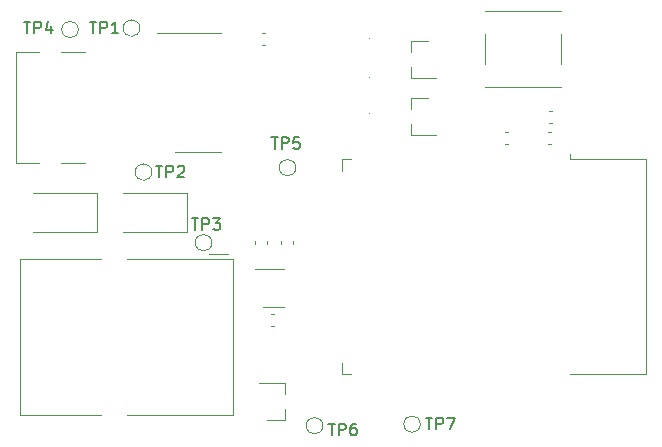
<source format=gbr>
%TF.GenerationSoftware,KiCad,Pcbnew,5.1.10-88a1d61d58~90~ubuntu20.04.1*%
%TF.CreationDate,2021-10-26T22:54:14+02:00*%
%TF.ProjectId,e-meter-usb-c,652d6d65-7465-4722-9d75-73622d632e6b,rev?*%
%TF.SameCoordinates,Original*%
%TF.FileFunction,Legend,Top*%
%TF.FilePolarity,Positive*%
%FSLAX46Y46*%
G04 Gerber Fmt 4.6, Leading zero omitted, Abs format (unit mm)*
G04 Created by KiCad (PCBNEW 5.1.10-88a1d61d58~90~ubuntu20.04.1) date 2021-10-26 22:54:14*
%MOMM*%
%LPD*%
G01*
G04 APERTURE LIST*
%ADD10C,0.120000*%
%ADD11C,0.100000*%
%ADD12C,0.150000*%
G04 APERTURE END LIST*
D10*
%TO.C,U4*%
X123190000Y-28214000D02*
X119740000Y-28214000D01*
X123190000Y-28214000D02*
X125140000Y-28214000D01*
X123190000Y-38334000D02*
X121240000Y-38334000D01*
X123190000Y-38334000D02*
X125140000Y-38334000D01*
%TO.C,U1*%
X130503500Y-48174000D02*
X128053500Y-48174000D01*
X128703500Y-51394000D02*
X130503500Y-51394000D01*
%TO.C,U2*%
X154733000Y-38886000D02*
X154733000Y-38506000D01*
X161153000Y-38886000D02*
X154733000Y-38886000D01*
X161153000Y-57126000D02*
X154733000Y-57126000D01*
X161153000Y-38886000D02*
X161153000Y-57126000D01*
X135408000Y-57126000D02*
X135408000Y-56126000D01*
X136188000Y-57126000D02*
X135408000Y-57126000D01*
X135408000Y-38886000D02*
X135408000Y-39886000D01*
X136188000Y-38886000D02*
X135408000Y-38886000D01*
%TO.C,TP7*%
X142051000Y-61341000D02*
G75*
G03*
X142051000Y-61341000I-700000J0D01*
G01*
%TO.C,TP6*%
X133796000Y-61468000D02*
G75*
G03*
X133796000Y-61468000I-700000J0D01*
G01*
%TO.C,TP5*%
X131510000Y-39624000D02*
G75*
G03*
X131510000Y-39624000I-700000J0D01*
G01*
%TO.C,TP4*%
X113095000Y-27940000D02*
G75*
G03*
X113095000Y-27940000I-700000J0D01*
G01*
%TO.C,TP3*%
X124398000Y-45974000D02*
G75*
G03*
X124398000Y-45974000I-700000J0D01*
G01*
%TO.C,TP2*%
X119318000Y-40005000D02*
G75*
G03*
X119318000Y-40005000I-700000J0D01*
G01*
%TO.C,TP1*%
X118302000Y-27813000D02*
G75*
G03*
X118302000Y-27813000I-700000J0D01*
G01*
%TO.C,SW1*%
X147519000Y-32821000D02*
X153979000Y-32821000D01*
X147519000Y-28291000D02*
X147519000Y-30891000D01*
X147519000Y-26361000D02*
X153979000Y-26361000D01*
X153979000Y-28291000D02*
X153979000Y-30891000D01*
X147519000Y-26391000D02*
X147519000Y-26361000D01*
X147519000Y-32821000D02*
X147519000Y-32791000D01*
X153979000Y-32821000D02*
X153979000Y-32791000D01*
X153979000Y-26361000D02*
X153979000Y-26391000D01*
%TO.C,Q4*%
X141226000Y-33726000D02*
X142686000Y-33726000D01*
X141226000Y-36886000D02*
X143386000Y-36886000D01*
X141226000Y-36886000D02*
X141226000Y-35956000D01*
X141226000Y-33726000D02*
X141226000Y-34656000D01*
%TO.C,Q3*%
X141226000Y-28900000D02*
X142686000Y-28900000D01*
X141226000Y-32060000D02*
X143386000Y-32060000D01*
X141226000Y-32060000D02*
X141226000Y-31130000D01*
X141226000Y-28900000D02*
X141226000Y-29830000D01*
%TO.C,Q1*%
X130554000Y-61016000D02*
X129094000Y-61016000D01*
X130554000Y-57856000D02*
X128394000Y-57856000D01*
X130554000Y-57856000D02*
X130554000Y-58786000D01*
X130554000Y-61016000D02*
X130554000Y-60086000D01*
%TO.C,J2*%
X107860000Y-29844000D02*
X107860000Y-39244000D01*
X113660000Y-39244000D02*
X111660000Y-39244000D01*
X109760000Y-39244000D02*
X107860000Y-39244000D01*
X113660000Y-29844000D02*
X111660000Y-29844000D01*
X109760000Y-29844000D02*
X107860000Y-29844000D01*
%TO.C,J1*%
X126198000Y-47370000D02*
X126198000Y-60570000D01*
X126198000Y-60570000D02*
X117178000Y-60570000D01*
D11*
X108318000Y-60570000D02*
X108198000Y-60570000D01*
D10*
X108198000Y-60570000D02*
X114978000Y-60570000D01*
D11*
X108208000Y-60570000D02*
X108198000Y-60570000D01*
D10*
X108198000Y-60570000D02*
X108198000Y-47370000D01*
X108198000Y-47370000D02*
X114978000Y-47370000D01*
D11*
X117248000Y-47370000D02*
X117178000Y-47370000D01*
D10*
X117178000Y-47370000D02*
X126198000Y-47370000D01*
X124198000Y-46900000D02*
X125728000Y-46900000D01*
D11*
%TO.C,D5*%
X137737000Y-35052000D02*
G75*
G03*
X137737000Y-35052000I-50000J0D01*
G01*
%TO.C,D4*%
X137737000Y-32004000D02*
G75*
G03*
X137737000Y-32004000I-50000J0D01*
G01*
%TO.C,D3*%
X137737000Y-28702000D02*
G75*
G03*
X137737000Y-28702000I-50000J0D01*
G01*
D10*
%TO.C,D2*%
X114684000Y-45084000D02*
X109284000Y-45084000D01*
X114684000Y-41784000D02*
X109284000Y-41784000D01*
X114684000Y-45084000D02*
X114684000Y-41784000D01*
%TO.C,D1*%
X122272000Y-45084000D02*
X116872000Y-45084000D01*
X122272000Y-41784000D02*
X116872000Y-41784000D01*
X122272000Y-45084000D02*
X122272000Y-41784000D01*
%TO.C,C7*%
X149498267Y-36574000D02*
X149205733Y-36574000D01*
X149498267Y-37594000D02*
X149205733Y-37594000D01*
%TO.C,C6*%
X128924267Y-28192000D02*
X128631733Y-28192000D01*
X128924267Y-29212000D02*
X128631733Y-29212000D01*
%TO.C,C5*%
X152915233Y-35816000D02*
X153207767Y-35816000D01*
X152915233Y-34796000D02*
X153207767Y-34796000D01*
%TO.C,C4*%
X152862233Y-37594000D02*
X153154767Y-37594000D01*
X152862233Y-36574000D02*
X153154767Y-36574000D01*
%TO.C,C3*%
X131256500Y-46093767D02*
X131256500Y-45801233D01*
X130236500Y-46093767D02*
X130236500Y-45801233D01*
%TO.C,C2*%
X129686267Y-52004500D02*
X129393733Y-52004500D01*
X129686267Y-53024500D02*
X129393733Y-53024500D01*
%TO.C,C1*%
X129034000Y-46120267D02*
X129034000Y-45827733D01*
X128014000Y-46120267D02*
X128014000Y-45827733D01*
%TO.C,TP7*%
D12*
X142502095Y-60793380D02*
X143073523Y-60793380D01*
X142787809Y-61793380D02*
X142787809Y-60793380D01*
X143406857Y-61793380D02*
X143406857Y-60793380D01*
X143787809Y-60793380D01*
X143883047Y-60841000D01*
X143930666Y-60888619D01*
X143978285Y-60983857D01*
X143978285Y-61126714D01*
X143930666Y-61221952D01*
X143883047Y-61269571D01*
X143787809Y-61317190D01*
X143406857Y-61317190D01*
X144311619Y-60793380D02*
X144978285Y-60793380D01*
X144549714Y-61793380D01*
%TO.C,TP6*%
X134247095Y-61301380D02*
X134818523Y-61301380D01*
X134532809Y-62301380D02*
X134532809Y-61301380D01*
X135151857Y-62301380D02*
X135151857Y-61301380D01*
X135532809Y-61301380D01*
X135628047Y-61349000D01*
X135675666Y-61396619D01*
X135723285Y-61491857D01*
X135723285Y-61634714D01*
X135675666Y-61729952D01*
X135628047Y-61777571D01*
X135532809Y-61825190D01*
X135151857Y-61825190D01*
X136580428Y-61301380D02*
X136389952Y-61301380D01*
X136294714Y-61349000D01*
X136247095Y-61396619D01*
X136151857Y-61539476D01*
X136104238Y-61729952D01*
X136104238Y-62110904D01*
X136151857Y-62206142D01*
X136199476Y-62253761D01*
X136294714Y-62301380D01*
X136485190Y-62301380D01*
X136580428Y-62253761D01*
X136628047Y-62206142D01*
X136675666Y-62110904D01*
X136675666Y-61872809D01*
X136628047Y-61777571D01*
X136580428Y-61729952D01*
X136485190Y-61682333D01*
X136294714Y-61682333D01*
X136199476Y-61729952D01*
X136151857Y-61777571D01*
X136104238Y-61872809D01*
%TO.C,TP5*%
X129421095Y-37044380D02*
X129992523Y-37044380D01*
X129706809Y-38044380D02*
X129706809Y-37044380D01*
X130325857Y-38044380D02*
X130325857Y-37044380D01*
X130706809Y-37044380D01*
X130802047Y-37092000D01*
X130849666Y-37139619D01*
X130897285Y-37234857D01*
X130897285Y-37377714D01*
X130849666Y-37472952D01*
X130802047Y-37520571D01*
X130706809Y-37568190D01*
X130325857Y-37568190D01*
X131802047Y-37044380D02*
X131325857Y-37044380D01*
X131278238Y-37520571D01*
X131325857Y-37472952D01*
X131421095Y-37425333D01*
X131659190Y-37425333D01*
X131754428Y-37472952D01*
X131802047Y-37520571D01*
X131849666Y-37615809D01*
X131849666Y-37853904D01*
X131802047Y-37949142D01*
X131754428Y-37996761D01*
X131659190Y-38044380D01*
X131421095Y-38044380D01*
X131325857Y-37996761D01*
X131278238Y-37949142D01*
%TO.C,TP4*%
X108466095Y-27265380D02*
X109037523Y-27265380D01*
X108751809Y-28265380D02*
X108751809Y-27265380D01*
X109370857Y-28265380D02*
X109370857Y-27265380D01*
X109751809Y-27265380D01*
X109847047Y-27313000D01*
X109894666Y-27360619D01*
X109942285Y-27455857D01*
X109942285Y-27598714D01*
X109894666Y-27693952D01*
X109847047Y-27741571D01*
X109751809Y-27789190D01*
X109370857Y-27789190D01*
X110799428Y-27598714D02*
X110799428Y-28265380D01*
X110561333Y-27217761D02*
X110323238Y-27932047D01*
X110942285Y-27932047D01*
%TO.C,TP3*%
X122690095Y-43902380D02*
X123261523Y-43902380D01*
X122975809Y-44902380D02*
X122975809Y-43902380D01*
X123594857Y-44902380D02*
X123594857Y-43902380D01*
X123975809Y-43902380D01*
X124071047Y-43950000D01*
X124118666Y-43997619D01*
X124166285Y-44092857D01*
X124166285Y-44235714D01*
X124118666Y-44330952D01*
X124071047Y-44378571D01*
X123975809Y-44426190D01*
X123594857Y-44426190D01*
X124499619Y-43902380D02*
X125118666Y-43902380D01*
X124785333Y-44283333D01*
X124928190Y-44283333D01*
X125023428Y-44330952D01*
X125071047Y-44378571D01*
X125118666Y-44473809D01*
X125118666Y-44711904D01*
X125071047Y-44807142D01*
X125023428Y-44854761D01*
X124928190Y-44902380D01*
X124642476Y-44902380D01*
X124547238Y-44854761D01*
X124499619Y-44807142D01*
%TO.C,TP2*%
X119642095Y-39457380D02*
X120213523Y-39457380D01*
X119927809Y-40457380D02*
X119927809Y-39457380D01*
X120546857Y-40457380D02*
X120546857Y-39457380D01*
X120927809Y-39457380D01*
X121023047Y-39505000D01*
X121070666Y-39552619D01*
X121118285Y-39647857D01*
X121118285Y-39790714D01*
X121070666Y-39885952D01*
X121023047Y-39933571D01*
X120927809Y-39981190D01*
X120546857Y-39981190D01*
X121499238Y-39552619D02*
X121546857Y-39505000D01*
X121642095Y-39457380D01*
X121880190Y-39457380D01*
X121975428Y-39505000D01*
X122023047Y-39552619D01*
X122070666Y-39647857D01*
X122070666Y-39743095D01*
X122023047Y-39885952D01*
X121451619Y-40457380D01*
X122070666Y-40457380D01*
%TO.C,TP1*%
X114054095Y-27265380D02*
X114625523Y-27265380D01*
X114339809Y-28265380D02*
X114339809Y-27265380D01*
X114958857Y-28265380D02*
X114958857Y-27265380D01*
X115339809Y-27265380D01*
X115435047Y-27313000D01*
X115482666Y-27360619D01*
X115530285Y-27455857D01*
X115530285Y-27598714D01*
X115482666Y-27693952D01*
X115435047Y-27741571D01*
X115339809Y-27789190D01*
X114958857Y-27789190D01*
X116482666Y-28265380D02*
X115911238Y-28265380D01*
X116196952Y-28265380D02*
X116196952Y-27265380D01*
X116101714Y-27408238D01*
X116006476Y-27503476D01*
X115911238Y-27551095D01*
%TD*%
M02*

</source>
